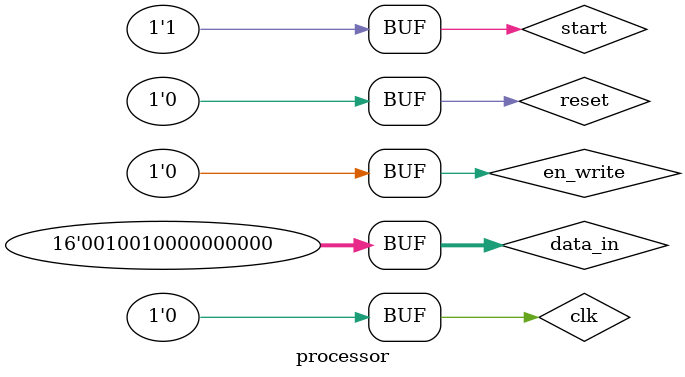
<source format=v>
module processor;
    reg clk, reset, en_write, start;

    reg [15:0] data_in;
    wire [18:0] control_lines;
    wire [9:0] pc_out;
    wire [15:0] instruction;

    wire [15:0] x_out, y_out, acc_out;
    wire [15:0] sp_out, dm_out, alu_out;
    wire [3:0] alu_flags;

    wire [143:0] a_out, b_out, t_acc_out, mxu_out;
    wire [4:0] state;

    wire [15:0] alu_val_extend_out, alu_reg_mux_out, dm_val_extend_out;
    wire [15:0] dm_mux_out, dm_mux_mux_out, tensor_element_out;
    wire [9:0] pc_mux_out, new_pc_val;
    wire [8:0] dm_address;
    wire [3:0] counter_out;

    localparam MOVE = 0, STORE = 1, BRANCH = 2;
    localparam POP = 3, PUSH = 4, STALL = 5;
    localparam STR_REZ = 6, LOAD_Y = 7, LOAD_X = 8;
    localparam ACC_OPX = 9, ACC_OPY = 10, JMP = 11;
    localparam RET = 12, LOAD_A = 13, LOAD_B = 14;
    localparam STORE_TENSOR = 15, STR_TENSOR_REZ = 16;
    localparam RESET_CU = 17, DONE = 18;

    incrementer #(10) pc_adder(
        .in(pc_out),
        .out(new_pc_val)
    );

    mux2to1 #(10) pc_mux (
        .data_0(instruction[9:0]),
        .data_1(dm_out[9:0]),
        .sel(control_lines[RET]),
        .data_out(pc_mux_out)
    );
    
    PC pc(
        .clk(clk),
        .reset(reset | control_lines[RESET_CU]),
        .branch(control_lines[BRANCH]),
        .stall(control_lines[STALL]),
        .branch_address(pc_mux_out),
        .new_pc_val(new_pc_val),
        .pc_out(pc_out)
    );

    IM im(
        .clk(clk),
        .en_write(en_write),
        .address(pc_out),
        .data_in(data_in),
        .data_out(instruction)
    );

    reg_file register_file(
        .clk(clk),
        .reset(reset),
        .control_lines(control_lines),
        .counter_out(counter_out),
        .alu_out(alu_out),
        .dm_out(dm_out),
        .mxu_out(mxu_out),
        .acc_out(acc_out),
        .x_out(x_out),
        .y_out(y_out),
        .a_out(a_out),
        .b_out(b_out),
        .t_acc_out(t_acc_out),
        .sp_out(sp_out)
    );

    mux2to1 #(16) alu_reg_mux(
        .data_0(x_out),
        .data_1(y_out),
        .sel(instruction[9]),
        .data_out(alu_reg_mux_out)
    );

    sign_extend #(9, 16) alu_val_extend(
        .data_in(instruction[8:0]),
        .data_out(alu_val_extend_out)
    );

    ALU alu(
        .store(control_lines[STORE]),
        .A(alu_reg_mux_out),
        .B(alu_val_extend_out),
        .opcode(instruction[15:10]),
        .flags(alu_flags),
        .out(alu_out)
    );

    control_unit cu (
        .clk(clk),
        .reset(reset),
        .start(start),
        .tensor_op_done(counter_out == 4'b1001),
        .opcode(instruction[15:10]),
        .reg_s(instruction[9]),
        .acc_s(instruction[8]),
        .flags(alu_flags),
        .control_lines(control_lines),
        .state(state)
    );

    sign_extend #(10, 16) dm_val_extend(
        .data_in(new_pc_val),
        .data_out(dm_val_extend_out)
    );

    mux2to1 #(16) dm_mux_value(
        .data_0(alu_out),
        .data_1(dm_val_extend_out),
        .sel(control_lines[JMP]),
        .data_out(dm_mux_out)
    );

    mux9to1 tensor_element(
        .data_in(t_acc_out),
        .select(counter_out),
        .data_out(tensor_element_out)
    );

    mux2to1 #(16) dm_mux_mux_value(
        .data_0(dm_mux_out),
        .data_1(tensor_element_out),
        .sel(control_lines[STORE_TENSOR]),
        .data_out(dm_mux_mux_out)
    );


    mux2to1 #(9) dm_mux_address(
        .data_0(instruction[8:0]),
        .data_1(counter_out + instruction[8:0]),
        .sel(control_lines[LOAD_A] | control_lines[LOAD_B] | control_lines[STORE_TENSOR]),
        .data_out(dm_address)
    );

    DM data_memory(
        .clk(clk),
        .store(control_lines[STORE] | control_lines[STORE_TENSOR]),
        .push(control_lines[PUSH]),
        .pop(control_lines[POP]),
        .address(dm_address),
        .rez(dm_mux_mux_out),
        .sp(sp_out),
        .data_out(dm_out)
    );

    // Tensor operations
    
    counter tensor_counter(
        .reset(reset),
        .clk(clk),
        .enable(control_lines[STALL]),
        .counter_out(counter_out)
    );

    MXU mxu(
        .A(a_out),
        .B(b_out),
        .mxu_out(mxu_out)
    );

    localparam NUM_INSTRUCTIONS = 20;
    localparam CLOCK_CYCLES = 43, CLOCK_PERIOD = 100;

    initial begin 
        clk = 0;
        repeat(CLOCK_CYCLES * 2)
            #(CLOCK_PERIOD / 2) clk = ~clk;
    end

    initial begin 
        start = 1'b0;
        reset = 1'b1;
        #50 reset = 1'b0;
        #(100 * NUM_INSTRUCTIONS) reset = 1'b1;
        start = 1'b1;
        #50 reset = 1'b0;
    end

    initial begin 
        en_write = 1'b1;
        #(100 * NUM_INSTRUCTIONS) en_write = 1'b0;
    end

    // MOV X, 10
    // PSH X
    // JMP 5
    // POP Y
    // HLT
    // POP X
    // STA X, 1 
    // POP X
    // OR X, 1
    // MOV X, A
    // OR X, 4
    // MOV X, A
    // AND X, 13
    // MOV X, A
    // XOR X, 8
    // MOV X, A
    // PSH X
    // LDA X, 1
    // PSH X
    // RET

    initial begin 
        data_in = 16'b0100000000001010;
        #100
        data_in = 16'b0111000000000000;
        #100
        data_in = 16'b0010000000000101;
        #100
        data_in = 16'b0111011000000000;
        #100
        data_in = 16'b0000000000000000;
        #100
        data_in = 16'b0111010000000000;
        #100
        data_in = 16'b0000100000000001;
        #100
        data_in = 16'b0111010000000000;
        #100
        data_in = 16'b0101010000000001;
        #100
        data_in = 16'b0100000100000000;
        #100
        data_in = 16'b0101010000000100;
        #100
        data_in = 16'b0100000100000000;
        #100
        data_in = 16'b0101000000001101;
        #100
        data_in = 16'b0100000100000000;
        #100
        data_in = 16'b0101100000001000;
        #100
        data_in = 16'b0100000100000000;
        #100
        data_in = 16'b0111000000000000;
        #100
        data_in = 16'b0000010000000001;
        #100
        data_in = 16'b0111000000000000;
        #100
        data_in = 16'b0010010000000000;
    end

endmodule

</source>
